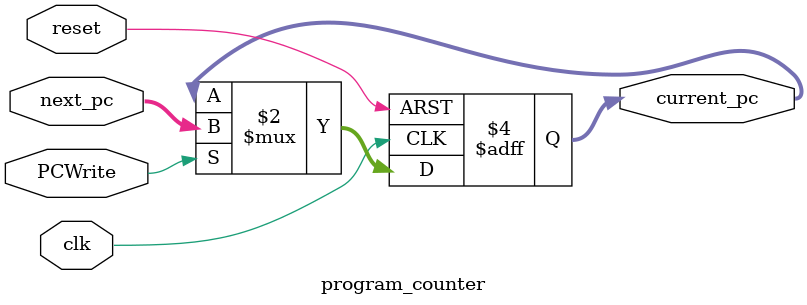
<source format=v>
`timescale 1ns / 1ps


module program_counter(
    input clk, reset,
    input PCWrite,
    input [9:0] next_pc, //10 bit address space
    
    output reg [9:0] current_pc
);
    always@(posedge clk or posedge reset) begin
        if (reset)
            current_pc <= 10'b0;
        else if (PCWrite)
            current_pc <= next_pc;
    end
endmodule

</source>
